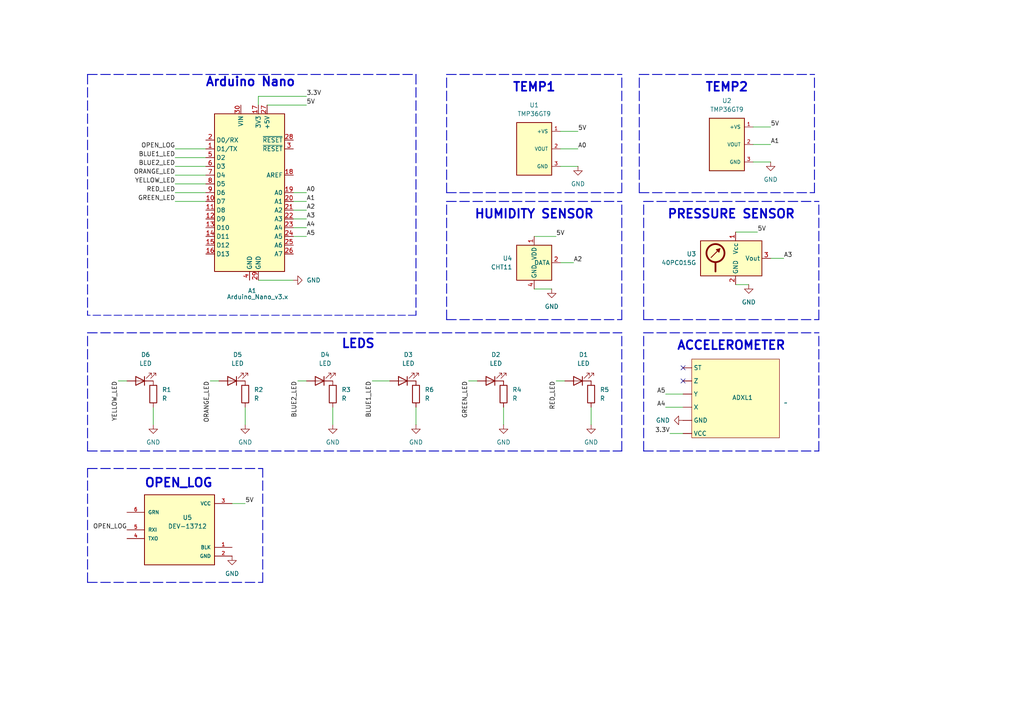
<source format=kicad_sch>
(kicad_sch (version 20250114) (generator "eeschema") (generator_version "9.0")
  (paper "A4")
  (title_block (title "Weather Baloon Circuit"))
  (lib_symbols
    (symbol "Device:LED" (pin_numbers (hide yes)) (pin_names (offset 1.016) (hide yes))
      (property "Reference" "D" (at 0 2.54 0))
      (property "Value" "LED" (at 0 -2.54 0))
      (symbol "LED_0_1"
        (polyline (pts (xy -3.048 -0.762) (xy -4.572 -2.286) (xy -3.81 -2.286) (xy -4.572 -2.286) (xy -4.572 -1.524)))
        (polyline (pts (xy -1.778 -0.762) (xy -3.302 -2.286) (xy -2.54 -2.286) (xy -3.302 -2.286) (xy -3.302 -1.524)))
        (polyline (pts (xy -1.27 0) (xy 1.27 0)))
        (polyline (pts (xy -1.27 -1.27) (xy -1.27 1.27)) (stroke (width 0.254)))
        (polyline (pts (xy 1.27 -1.27) (xy 1.27 1.27) (xy -1.27 0) (xy 1.27 -1.27)) (stroke (width 0.254)))
      )
      (symbol "LED_1_1"
        (pin passive line (at -3.81 0 0) (length 2.54) (name "K") (number "1"))
        (pin passive line (at 3.81 0 180) (length 2.54) (name "A") (number "2"))
      )
    )
    (symbol "Device:R" (pin_numbers (hide yes)) (pin_names (offset 0))
      (property "Reference" "R" (at 2.032 0 90))
      (property "Value" "R" (at 0 0 90))
      (symbol "R_0_1"
        (rectangle (start -1.016 -2.54) (end 1.016 2.54) (stroke (width 0.254)))
      )
      (symbol "R_1_1"
        (pin passive line (at 0 3.81 270) (length 1.27) (name "~") (number "1"))
        (pin passive line (at 0 -3.81 90) (length 1.27) (name "~") (number "2"))
      )
    )
    (symbol "MCU_Module:Arduino_Nano_v3.x"
      (property "Reference" "A" (at -10.16 23.495 0))
      (property "Value" "Arduino_Nano_v3.x" (at 5.08 -24.13 0))
      (symbol "Arduino_Nano_v3.x_0_1"
        (rectangle (start -10.16 22.86) (end 10.16 -22.86) (stroke (width 0.254)) (fill (type background)))
      )
      (symbol "Arduino_Nano_v3.x_1_1"
        (pin bidirectional line (at -12.7 15.24 0) (length 2.54) (name "D0/RX") (number "2"))
        (pin bidirectional line (at -12.7 12.7 0) (length 2.54) (name "D1/TX") (number "1"))
        (pin bidirectional line (at -12.7 10.16 0) (length 2.54) (name "D2") (number "5"))
        (pin bidirectional line (at -12.7 7.62 0) (length 2.54) (name "D3") (number "6"))
        (pin bidirectional line (at -12.7 5.08 0) (length 2.54) (name "D4") (number "7"))
        (pin bidirectional line (at -12.7 2.54 0) (length 2.54) (name "D5") (number "8"))
        (pin bidirectional line (at -12.7 0 0) (length 2.54) (name "D6") (number "9"))
        (pin bidirectional line (at -12.7 -2.54 0) (length 2.54) (name "D7") (number "10"))
        (pin bidirectional line (at -12.7 -5.08 0) (length 2.54) (name "D8") (number "11"))
        (pin bidirectional line (at -12.7 -7.62 0) (length 2.54) (name "D9") (number "12"))
        (pin bidirectional line (at -12.7 -10.16 0) (length 2.54) (name "D10") (number "13"))
        (pin bidirectional line (at -12.7 -12.7 0) (length 2.54) (name "D11") (number "14"))
        (pin bidirectional line (at -12.7 -15.24 0) (length 2.54) (name "D12") (number "15"))
        (pin bidirectional line (at -12.7 -17.78 0) (length 2.54) (name "D13") (number "16"))
        (pin power_in line (at -2.54 25.4 270) (length 2.54) (name "VIN") (number "30"))
        (pin power_in line (at 0 -25.4 90) (length 2.54) (name "GND") (number "4"))
        (pin power_out line (at 2.54 25.4 270) (length 2.54) (name "3V3") (number "17"))
        (pin power_in line (at 2.54 -25.4 90) (length 2.54) (name "GND") (number "29"))
        (pin power_out line (at 5.08 25.4 270) (length 2.54) (name "+5V") (number "27"))
        (pin input line (at 12.7 15.24 180) (length 2.54) (name "~{RESET}") (number "28"))
        (pin input line (at 12.7 12.7 180) (length 2.54) (name "~{RESET}") (number "3"))
        (pin input line (at 12.7 5.08 180) (length 2.54) (name "AREF") (number "18"))
        (pin bidirectional line (at 12.7 0 180) (length 2.54) (name "A0") (number "19"))
        (pin bidirectional line (at 12.7 -2.54 180) (length 2.54) (name "A1") (number "20"))
        (pin bidirectional line (at 12.7 -5.08 180) (length 2.54) (name "A2") (number "21"))
        (pin bidirectional line (at 12.7 -7.62 180) (length 2.54) (name "A3") (number "22"))
        (pin bidirectional line (at 12.7 -10.16 180) (length 2.54) (name "A4") (number "23"))
        (pin bidirectional line (at 12.7 -12.7 180) (length 2.54) (name "A5") (number "24"))
        (pin bidirectional line (at 12.7 -15.24 180) (length 2.54) (name "A6") (number "25"))
        (pin bidirectional line (at 12.7 -17.78 180) (length 2.54) (name "A7") (number "26"))
      )
    )
    (symbol "New_Library:ADXL335"
      (property "Reference" "ADXL335" (at 0 0 0))
      (symbol "ADXL335_1_1"
        (rectangle (start -12.7 11.43) (end 12.7 -11.43) (fill (type color) (color 255 255 194 1)))
        (pin unspecified line (at -15.24 8.89 0) (length 2.54) (name "ST") (number ""))
        (pin output line (at -15.24 5.08 0) (length 2.54) (name "Z") (number ""))
        (pin output line (at -15.24 1.27 0) (length 2.54) (name "Y") (number ""))
        (pin output line (at -15.24 -2.54 0) (length 2.54) (name "X") (number ""))
        (pin passive line (at -15.24 -6.35 0) (length 2.54) (name "GND") (number ""))
        (pin power_in line (at -15.24 -10.16 0) (length 2.54) (name "VCC") (number ""))
      )
    )
    (symbol "New_Library:DEV-13712" (pin_names (offset 1.016))
      (property "Reference" "U" (at -10.16 10.922 0))
      (property "Value" "DEV-13712" (at -10.16 -12.7 0))
      (symbol "DEV-13712_0_0"
        (rectangle (start -10.16 -10.16) (end 10.16 10.16) (stroke (width 0.254)) (fill (type background)))
        (pin input line (at -15.24 5.08 0) (length 5.08) (name "GRN") (number "6"))
        (pin input line (at -15.24 0 0) (length 5.08) (name "RXI") (number "5"))
        (pin output line (at -15.24 -2.54 0) (length 5.08) (name "TXO") (number "4"))
        (pin power_in line (at 15.24 7.62 180) (length 5.08) (name "VCC") (number "3"))
        (pin power_in line (at 15.24 -5.08 180) (length 5.08) (name "BLK") (number "1"))
        (pin power_in line (at 15.24 -7.62 180) (length 5.08) (name "GND") (number "2"))
      )
    )
    (symbol "Sensor:CHT11"
      (property "Reference" "U" (at -3.81 6.35 0))
      (property "Value" "CHT11" (at 3.81 6.35 0))
      (symbol "CHT11_0_1"
        (rectangle (start -5.08 5.08) (end 5.08 -5.08) (stroke (width 0.254)) (fill (type background)))
      )
      (symbol "CHT11_1_1"
        (pin no_connect line (at -5.08 0 0) (length 2.54) (hide yes) (name "NC") (number "3"))
        (pin power_in line (at 0 7.62 270) (length 2.54) (name "VDD") (number "1"))
        (pin power_in line (at 0 -7.62 90) (length 2.54) (name "GND") (number "4"))
        (pin bidirectional line (at 7.62 0 180) (length 2.54) (name "DATA") (number "2"))
      )
    )
    (symbol "Sensor_Pressure:40PC015G"
      (property "Reference" "U" (at -10.16 6.35 0))
      (property "Value" "40PC015G" (at 6.35 6.35 0))
      (symbol "40PC015G_0_1"
        (polyline (pts (xy -7.112 0.254) (xy -4.572 2.794)) (stroke (width 0.254)))
        (circle (center -5.842 1.524) (radius 2.6162) (stroke (width 0.508)))
        (polyline (pts (xy -5.842 -1.27) (xy -5.842 -3.81)) (stroke (width 0.508)))
        (polyline (pts (xy -4.572 2.794) (xy -4.826 1.778) (xy -5.588 2.54) (xy -4.572 2.794)) (stroke (width 0.254)) (fill (type outline)))
        (rectangle (start 7.62 5.08) (end -10.16 -5.08) (stroke (width 0.254)) (fill (type background)))
      )
      (symbol "40PC015G_1_1"
        (pin no_connect line (at -7.62 -5.08 90) (length 2.54) (hide yes) (name "NC") (number "4"))
        (pin no_connect line (at -5.08 -5.08 90) (length 2.54) (hide yes) (name "NC") (number "5"))
        (pin no_connect line (at -2.54 -5.08 90) (length 2.54) (hide yes) (name "NC") (number "6"))
        (pin power_in line (at 0 7.62 270) (length 2.54) (name "Vcc") (number "1"))
        (pin power_in line (at 0 -7.62 90) (length 2.54) (name "GND") (number "2"))
        (pin output line (at 10.16 0 180) (length 2.54) (name "Vout") (number "3"))
      )
    )
    (symbol "TMP36GT9:TMP36GT9" (pin_names (offset 1.016))
      (property "Reference" "U" (at -5.0829 7.6244 0))
      (property "Value" "TMP36GT9" (at -5.08 -10.16 0))
      (symbol "TMP36GT9_0_0"
        (rectangle (start -5.08 -7.62) (end 5.08 7.62) (stroke (width 0.254)) (fill (type background)))
        (pin power_in line (at 7.62 5.08 180) (length 2.54) (name "+VS") (number "1"))
        (pin output line (at 7.62 0 180) (length 2.54) (name "VOUT") (number "2"))
        (pin power_in line (at 7.62 -5.08 180) (length 2.54) (name "GND") (number "3"))
      )
    )
    (symbol "power:GND" (power) (pin_numbers (hide yes)) (pin_names (offset 0) (hide yes))
      (property "Value" "GND" (at 0 -3.81 0))
      (symbol "GND_0_1"
        (polyline (pts (xy 0 0) (xy 0 -1.27) (xy 1.27 -1.27) (xy 0 -2.54) (xy -1.27 -1.27) (xy 0 -1.27)))
      )
      (symbol "GND_1_1"
        (pin power_in line (at 0 0 270) (length 0) (name "~") (number "1"))
      )
    )
  )
  (text "Arduino Nano" (at 72.644 23.876 0) (effects (font (size 2.54 2.54) (thickness 0.508) (bold yes))))
  (text "LEDS\n" (at 103.886 99.822 0) (effects (font (size 2.54 2.54) (thickness 0.508) (bold yes))))
  (text "ACCELEROMETER\n" (at 212.09 100.33 0) (effects (font (size 2.54 2.54) (thickness 0.508) (bold yes))))
  (text "OPEN_LOG" (at 51.816 140.208 0) (effects (font (size 2.54 2.54) (thickness 0.508) (bold yes))))
  (text "HUMIDITY SENSOR" (at 154.94 62.23 0) (effects (font (size 2.54 2.54) (thickness 0.508) (bold yes))))
  (text "PRESSURE SENSOR\n" (at 212.09 62.23 0) (effects (font (size 2.54 2.54) (thickness 0.508) (bold yes))))
  (text "TEMP1\n" (at 154.94 25.4 0) (effects (font (size 2.54 2.54) (thickness 0.508) (bold yes))))
  (text "TEMP2" (at 210.82 25.4 0) (effects (font (size 2.54 2.54) (thickness 0.508) (bold yes))))
  (no_connect (at 198.12 106.68))
  (no_connect (at 198.12 110.49))
  (polyline (pts (xy 185.42 55.88) (xy 185.42 21.59)) (stroke (width 0.254) (type dash)))
  (polyline (pts (xy 129.54 21.59) (xy 180.34 21.59)) (stroke (width 0.254) (type dash)))
  (polyline (pts (xy 180.34 92.71) (xy 180.34 58.42)) (stroke (width 0.254) (type dash)))
  (wire (pts (xy 171.45 123.19) (xy 171.45 118.11)))
  (wire (pts (xy 193.04 114.3) (xy 198.12 114.3)))
  (wire (pts (xy 71.12 123.19) (xy 71.12 118.11)))
  (polyline (pts (xy 129.54 58.42) (xy 180.34 58.42)) (stroke (width 0.254) (type dash)))
  (wire (pts (xy 162.56 48.26) (xy 167.64 48.26)))
  (wire (pts (xy 88.9 63.5) (xy 85.09 63.5)))
  (wire (pts (xy 223.52 36.83) (xy 218.44 36.83)))
  (wire (pts (xy 88.9 58.42) (xy 85.09 58.42)))
  (polyline (pts (xy 186.69 92.71) (xy 186.69 58.42)) (stroke (width 0.254) (type dash)))
  (wire (pts (xy 96.52 123.19) (xy 96.52 118.11)))
  (wire (pts (xy 74.93 30.48) (xy 74.93 27.94)))
  (wire (pts (xy 88.9 66.04) (xy 85.09 66.04)))
  (wire (pts (xy 86.36 110.49) (xy 88.9 110.49)))
  (polyline (pts (xy 129.54 55.88) (xy 180.34 55.88)) (stroke (width 0.254) (type dash)))
  (wire (pts (xy 154.94 83.82) (xy 160.02 83.82)))
  (wire (pts (xy 227.33 74.93) (xy 223.52 74.93)))
  (polyline (pts (xy 186.69 92.71) (xy 237.49 92.71)) (stroke (width 0.254) (type dash)))
  (wire (pts (xy 120.65 123.19) (xy 120.65 118.11)))
  (polyline (pts (xy 120.65 91.44) (xy 25.4 91.44)) (stroke (width 0.2032) (type dash)))
  (wire (pts (xy 166.37 76.2) (xy 162.56 76.2)))
  (wire (pts (xy 74.93 27.94) (xy 88.9 27.94)))
  (wire (pts (xy 50.8 48.26) (xy 59.69 48.26)))
  (polyline (pts (xy 129.54 92.71) (xy 180.34 92.71)) (stroke (width 0.254) (type dash)))
  (polyline (pts (xy 237.49 92.71) (xy 237.49 58.42)) (stroke (width 0.254) (type dash)))
  (wire (pts (xy 71.12 146.05) (xy 67.31 146.05)))
  (wire (pts (xy 50.8 45.72) (xy 59.69 45.72)))
  (wire (pts (xy 88.9 55.88) (xy 85.09 55.88)))
  (wire (pts (xy 135.89 110.49) (xy 138.43 110.49)))
  (polyline (pts (xy 185.42 55.88) (xy 236.22 55.88)) (stroke (width 0.254) (type dash)))
  (polyline (pts (xy 129.54 92.71) (xy 129.54 58.42)) (stroke (width 0.254) (type dash)))
  (wire (pts (xy 194.31 125.73) (xy 198.12 125.73)))
  (wire (pts (xy 50.8 55.88) (xy 59.69 55.88)))
  (polyline (pts (xy 25.4 130.81) (xy 25.4 96.52)) (stroke (width 0.254) (type dash)))
  (wire (pts (xy 107.95 110.49) (xy 113.03 110.49)))
  (polyline (pts (xy 180.34 55.88) (xy 180.34 21.59)) (stroke (width 0.254) (type dash)))
  (polyline (pts (xy 236.22 55.88) (xy 236.22 21.59)) (stroke (width 0.254) (type dash)))
  (wire (pts (xy 213.36 82.55) (xy 217.17 82.55)))
  (polyline (pts (xy 25.4 21.59) (xy 25.4 91.44)) (stroke (width 0.254) (type dash)))
  (wire (pts (xy 193.04 118.11) (xy 198.12 118.11)))
  (wire (pts (xy 223.52 41.91) (xy 218.44 41.91)))
  (wire (pts (xy 50.8 50.8) (xy 59.69 50.8)))
  (polyline (pts (xy 237.49 130.81) (xy 237.49 96.52)) (stroke (width 0.254) (type dash)))
  (polyline (pts (xy 76.2 168.91) (xy 76.2 135.89)) (stroke (width 0.254) (type dash)))
  (wire (pts (xy 34.29 110.49) (xy 36.83 110.49)))
  (polyline (pts (xy 25.4 96.52) (xy 180.34 96.52)) (stroke (width 0.254) (type dash)))
  (polyline (pts (xy 120.65 21.59) (xy 120.65 91.44)) (stroke (width 0.254) (type dash)))
  (wire (pts (xy 146.05 123.19) (xy 146.05 118.11)))
  (wire (pts (xy 88.9 68.58) (xy 85.09 68.58)))
  (wire (pts (xy 161.29 110.49) (xy 163.83 110.49)))
  (wire (pts (xy 50.8 58.42) (xy 59.69 58.42)))
  (wire (pts (xy 74.93 81.28) (xy 85.09 81.28)))
  (wire (pts (xy 50.8 43.18) (xy 59.69 43.18)))
  (polyline (pts (xy 25.4 130.81) (xy 180.34 130.81)) (stroke (width 0.254) (type dash)))
  (polyline (pts (xy 25.4 168.91) (xy 25.4 135.89)) (stroke (width 0.254) (type dash)))
  (polyline (pts (xy 185.42 21.59) (xy 236.22 21.59)) (stroke (width 0.254) (type dash)))
  (polyline (pts (xy 25.4 168.91) (xy 76.2 168.91)) (stroke (width 0.254) (type dash)))
  (polyline (pts (xy 186.69 96.52) (xy 237.49 96.52)) (stroke (width 0.254) (type dash)))
  (polyline (pts (xy 186.69 130.81) (xy 186.69 96.52)) (stroke (width 0.254) (type dash)))
  (polyline (pts (xy 186.69 130.81) (xy 237.49 130.81)) (stroke (width 0.254) (type dash)))
  (wire (pts (xy 60.96 110.49) (xy 63.5 110.49)))
  (wire (pts (xy 162.56 38.1) (xy 167.64 38.1)))
  (polyline (pts (xy 129.54 55.88) (xy 129.54 21.59)) (stroke (width 0.254) (type dash)))
  (polyline (pts (xy 25.4 135.89) (xy 76.2 135.89)) (stroke (width 0.254) (type dash)))
  (polyline (pts (xy 180.34 130.81) (xy 180.34 96.52)) (stroke (width 0.254) (type dash)))
  (wire (pts (xy 161.29 68.58) (xy 154.94 68.58)))
  (wire (pts (xy 88.9 60.96) (xy 85.09 60.96)))
  (wire (pts (xy 50.8 53.34) (xy 59.69 53.34)))
  (wire (pts (xy 219.71 67.31) (xy 213.36 67.31)))
  (polyline (pts (xy 186.69 58.42) (xy 237.49 58.42)) (stroke (width 0.254) (type dash)))
  (wire (pts (xy 223.52 46.99) (xy 218.44 46.99)))
  (polyline (pts (xy 25.4 21.59) (xy 120.65 21.59)) (stroke (width 0.254) (type dash)))
  (wire (pts (xy 88.9 30.48) (xy 77.47 30.48)))
  (wire (pts (xy 167.64 43.18) (xy 162.56 43.18)))
  (wire (pts (xy 44.45 123.19) (xy 44.45 118.11)))
  (label "YELLOW_LED" (at 50.8 53.34 180))
  (label "3.3V" (at 88.9 27.94 0))
  (label "5V" (at 71.12 146.05 0))
  (label "GREEN_LED" (at 135.89 110.49 270))
  (label "RED_LED" (at 161.29 110.49 270))
  (label "A0" (at 167.64 43.18 0))
  (label "A3" (at 88.9 63.5 0))
  (label "OPEN_LOG" (at 50.8 43.18 180))
  (label "3.3V" (at 194.31 125.73 180))
  (label "ORANGE_LED" (at 50.8 50.8 180))
  (label "BLUE1_LED" (at 50.8 45.72 180))
  (label "BLUE1_LED" (at 107.95 110.49 270))
  (label "YELLOW_LED" (at 34.29 110.49 270))
  (label "GREEN_LED" (at 50.8 58.42 180))
  (label "5V" (at 219.71 67.31 0))
  (label "A0" (at 88.9 55.88 0))
  (label "A5" (at 88.9 68.58 0))
  (label "A2" (at 166.37 76.2 0))
  (label "A3" (at 227.33 74.93 0))
  (label "A5" (at 193.04 114.3 180))
  (label "A4" (at 193.04 118.11 180))
  (label "OPEN_LOG" (at 36.83 153.67 180))
  (label "5V" (at 167.64 38.1 0))
  (label "A1" (at 88.9 58.42 0))
  (label "ORANGE_LED" (at 60.96 110.49 270))
  (label "5V" (at 161.29 68.58 0))
  (label "A2" (at 88.9 60.96 0))
  (label "A4" (at 88.9 66.04 0))
  (label "A1" (at 223.52 41.91 0))
  (label "BLUE2_LED" (at 50.8 48.26 180))
  (label "BLUE2_LED" (at 86.36 110.49 270))
  (label "5V" (at 223.52 36.83 0))
  (label "RED_LED" (at 50.8 55.88 180))
  (label "5V" (at 88.9 30.48 0))
  (symbol (lib_id "power:GND") (at 171.45 123.19 0) (unit 1)
    (property "Reference" "#PWR06" (effects (hide yes)))
    (property "Value" "GND" (at 171.45 128.27 0))
    (property "Description" "Power symbol creates a global label with name \"GND\" , ground" (effects (hide yes)))
  )
  (symbol (lib_id "Device:R") (at 171.45 114.3 0) (unit 1)
    (property "Reference" "R5" (at 173.99 113.0299 0) (effects (justify left)))
    (property "Value" "R" (at 173.99 115.5699 0) (effects (justify left)))
    (property "Description" "Resistor" (effects (hide yes)))
  )
  (symbol (lib_id "Device:R") (at 120.65 114.3 0) (unit 1)
    (property "Reference" "R6" (at 123.19 113.0299 0) (effects (justify left)))
    (property "Value" "R" (at 123.19 115.5699 0) (effects (justify left)))
    (property "Description" "Resistor" (effects (hide yes)))
  )
  (symbol (lib_id "TMP36GT9:TMP36GT9") (at 210.82 41.91 0) (unit 1)
    (property "Reference" "U2" (at 210.82 29.21 0))
    (property "Value" "TMP36GT9" (at 210.82 31.75 0))
    (property "Footprint" "MyLibrary:XDCR_TMP36GT9" (effects (hide yes)))
    (property "MF" "Analog Devices" (effects (hide yes)))
    (property "Description_1" "Voltage Output Temperature Sensors" (effects (hide yes)))
    (property "Package" "TO-3 Analog Devices" (effects (hide yes)))
    (property "Price" "None" (effects (hide yes)))
    (property "Check_prices" "https://www.snapeda.com/parts/TMP36GT9/Analog+Devices/view-part/?ref=eda" (effects (hide yes)))
    (property "PARTREV" "H" (effects (hide yes)))
    (property "SnapEDA_Link" "https://www.snapeda.com/parts/TMP36GT9/Analog+Devices/view-part/?ref=snap" (effects (hide yes)))
    (property "MP" "TMP36GT9" (effects (hide yes)))
    (property "Availability" "In Stock" (effects (hide yes)))
    (property "MANUFACTURER" "ANALOG DEVICE" (effects (hide yes)))
  )
  (symbol (lib_id "Device:R") (at 96.52 114.3 0) (unit 1)
    (property "Reference" "R3" (at 99.06 113.0299 0) (effects (justify left)))
    (property "Value" "R" (at 99.06 115.5699 0) (effects (justify left)))
    (property "Description" "Resistor" (effects (hide yes)))
  )
  (symbol (lib_id "Device:LED") (at 67.31 110.49 180) (unit 1)
    (property "Reference" "D5" (at 68.8975 102.87 0))
    (property "Value" "LED" (at 68.8975 105.41 0))
    (property "Footprint" "LED_THT:LED_D5.0mm" (effects (hide yes)))
    (property "Description" "Light emitting diode" (effects (hide yes)))
    (property "Sim.Pins" "1=K 2=A" (effects (hide yes)))
  )
  (symbol (lib_id "Device:R") (at 44.45 114.3 0) (unit 1)
    (property "Reference" "R1" (at 46.99 113.0299 0) (effects (justify left)))
    (property "Value" "R" (at 46.99 115.5699 0) (effects (justify left)))
    (property "Description" "Resistor" (effects (hide yes)))
  )
  (symbol (lib_id "Sensor:CHT11") (at 154.94 76.2 0) (unit 1)
    (property "Reference" "U4" (at 148.59 74.9299 0) (effects (justify right)))
    (property "Value" "CHT11" (at 148.59 77.4699 0) (effects (justify right)))
    (property "Footprint" "Connector_PinSocket_2.54mm:PinSocket_1x03_P2.54mm_Vertical" (effects (hide yes)))
    (property "Datasheet" "http://aosong.com/en/products-21.html" (effects (hide yes)))
    (property "Description" "Temperature and humidity module" (effects (hide yes)))
  )
  (symbol (lib_id "power:GND") (at 167.64 48.26 0) (unit 1)
    (property "Reference" "#PWR010" (effects (hide yes)))
    (property "Value" "GND" (at 167.64 53.34 0))
    (property "Description" "Power symbol creates a global label with name \"GND\" , ground" (effects (hide yes)))
  )
  (symbol (lib_id "power:GND") (at 67.31 161.29 0) (unit 1)
    (property "Reference" "#PWR013" (effects (hide yes)))
    (property "Value" "GND" (at 67.31 166.37 0))
    (property "Description" "Power symbol creates a global label with name \"GND\" , ground" (effects (hide yes)))
  )
  (symbol (lib_id "MCU_Module:Arduino_Nano_v3.x") (at 72.39 55.88 0) (unit 1)
    (property "Reference" "A1" (at 71.882 84.328 0) (effects (justify left)))
    (property "Value" "Arduino_Nano_v3.x" (at 65.786 86.106 0) (effects (justify left)))
    (property "Footprint" "Module:Arduino_Nano" (effects (hide yes)))
    (property "Datasheet" "http://www.mouser.com/pdfdocs/Gravitech_Arduino_Nano3_0.pdf" (effects (hide yes)))
    (property "Description" "Arduino Nano v3.x" (effects (hide yes)))
  )
  (symbol (lib_id "Device:R") (at 71.12 114.3 0) (unit 1)
    (property "Reference" "R2" (at 73.66 113.0299 0) (effects (justify left)))
    (property "Value" "R" (at 73.66 115.5699 0) (effects (justify left)))
    (property "Description" "Resistor" (effects (hide yes)))
  )
  (symbol (lib_id "Sensor_Pressure:40PC015G") (at 213.36 74.93 0) (unit 1)
    (property "Reference" "U3" (at 201.93 73.6599 0) (effects (justify right)))
    (property "Value" "40PC015G" (at 201.93 76.1999 0) (effects (justify right)))
    (property "Footprint" "MyLibrary:DIP1330W46P254L1000H544Q8" (effects (hide yes)))
    (property "Datasheet" "http://www.honeywellscportal.com//index.php?ci_id=138832" (effects (hide yes)))
    (property "Description" "Gauge pressure sensor, 0 to 15PSI, 5V supply, 0.2% accuracy, integrated signal conditioning, excellent media compatibility" (effects (hide yes)))
  )
  (symbol (lib_id "TMP36GT9:TMP36GT9") (at 154.94 43.18 0) (unit 1)
    (property "Reference" "U1" (at 154.94 30.48 0))
    (property "Value" "TMP36GT9" (at 154.94 33.02 0))
    (property "Footprint" "MyLibrary:XDCR_TMP36GT9" (effects (hide yes)))
    (property "MF" "Analog Devices" (effects (hide yes)))
    (property "Description_1" "Voltage Output Temperature Sensors" (effects (hide yes)))
    (property "Package" "TO-3 Analog Devices" (effects (hide yes)))
    (property "Price" "None" (effects (hide yes)))
    (property "Check_prices" "https://www.snapeda.com/parts/TMP36GT9/Analog+Devices/view-part/?ref=eda" (effects (hide yes)))
    (property "PARTREV" "H" (effects (hide yes)))
    (property "SnapEDA_Link" "https://www.snapeda.com/parts/TMP36GT9/Analog+Devices/view-part/?ref=snap" (effects (hide yes)))
    (property "MP" "TMP36GT9" (effects (hide yes)))
    (property "Availability" "In Stock" (effects (hide yes)))
    (property "MANUFACTURER" "ANALOG DEVICE" (effects (hide yes)))
  )
  (symbol (lib_id "power:GND") (at 198.12 121.92 270) (unit 1)
    (property "Reference" "#PWR09" (effects (hide yes)))
    (property "Value" "GND" (at 194.31 121.9199 90) (effects (justify right)))
    (property "Description" "Power symbol creates a global label with name \"GND\" , ground" (effects (hide yes)))
  )
  (symbol (lib_id "New_Library:ADXL335") (at 213.36 115.57 0) (unit 1)
    (property "Reference" "ADXL1" (at 212.344 115.316 0) (effects (justify left)))
    (property "Value" "~" (at 227.33 116.84 0) (effects (justify left)))
  )
  (symbol (lib_id "Device:LED") (at 142.24 110.49 180) (unit 1)
    (property "Reference" "D2" (at 143.8275 102.87 0))
    (property "Value" "LED" (at 143.8275 105.41 0))
    (property "Footprint" "LED_THT:LED_D5.0mm" (effects (hide yes)))
    (property "Description" "Light emitting diode" (effects (hide yes)))
    (property "Sim.Pins" "1=K 2=A" (effects (hide yes)))
  )
  (symbol (lib_id "Device:R") (at 146.05 114.3 0) (unit 1)
    (property "Reference" "R4" (at 148.59 113.0299 0) (effects (justify left)))
    (property "Value" "R" (at 148.59 115.5699 0) (effects (justify left)))
    (property "Description" "Resistor" (effects (hide yes)))
  )
  (symbol (lib_id "power:GND") (at 146.05 123.19 0) (unit 1)
    (property "Reference" "#PWR05" (effects (hide yes)))
    (property "Value" "GND" (at 146.05 128.27 0))
    (property "Description" "Power symbol creates a global label with name \"GND\" , ground" (effects (hide yes)))
  )
  (symbol (lib_id "power:GND") (at 120.65 123.19 0) (unit 1)
    (property "Reference" "#PWR04" (effects (hide yes)))
    (property "Value" "GND" (at 120.65 128.27 0))
    (property "Description" "Power symbol creates a global label with name \"GND\" , ground" (effects (hide yes)))
  )
  (symbol (lib_id "New_Library:DEV-13712") (at 52.07 153.67 0) (unit 1)
    (property "Reference" "U5" (at 54.356 150.114 0))
    (property "Value" "DEV-13712" (at 54.356 152.654 0))
    (property "Footprint" "MyLibrary:MODULE_DEV-13712" (effects (hide yes)))
    (property "MF" "Sparkfun Electronics" (effects (hide yes)))
    (property "Description_1" "OpenLog Data Logger [SparkFun Electronics] DEV-13712 OpenLog Data Logger 845156006540" (effects (hide yes)))
    (property "Package" "None" (effects (hide yes)))
    (property "Price" "None" (effects (hide yes)))
    (property "Check_prices" "https://www.snapeda.com/parts/DEV13712/SparkFun/view-part/?ref=eda" (effects (hide yes)))
    (property "STANDARD" "Manufacturer Recommendations" (effects (hide yes)))
    (property "PARTREV" "v15" (effects (hide yes)))
    (property "SnapEDA_Link" "https://www.snapeda.com/parts/DEV13712/SparkFun/view-part/?ref=snap" (effects (hide yes)))
    (property "MP" "DEV13712" (effects (hide yes)))
    (property "MANUFACTURER" "SparkFun" (effects (hide yes)))
    (property "Availability" "In Stock" (effects (hide yes)))
    (property "SNAPEDA_PN" "DEV-13712" (effects (hide yes)))
  )
  (symbol (lib_id "Device:LED") (at 116.84 110.49 180) (unit 1)
    (property "Reference" "D3" (at 118.4275 102.87 0))
    (property "Value" "LED" (at 118.4275 105.41 0))
    (property "Footprint" "LED_THT:LED_D5.0mm" (effects (hide yes)))
    (property "Description" "Light emitting diode" (effects (hide yes)))
    (property "Sim.Pins" "1=K 2=A" (effects (hide yes)))
  )
  (symbol (lib_id "Device:LED") (at 167.64 110.49 180) (unit 1)
    (property "Reference" "D1" (at 169.2275 102.87 0))
    (property "Value" "LED" (at 169.2275 105.41 0))
    (property "Footprint" "LED_THT:LED_D5.0mm" (effects (hide yes)))
    (property "Description" "Light emitting diode" (effects (hide yes)))
    (property "Sim.Pins" "1=K 2=A" (effects (hide yes)))
  )
  (symbol (lib_id "Device:LED") (at 92.71 110.49 180) (unit 1)
    (property "Reference" "D4" (at 94.2975 102.87 0))
    (property "Value" "LED" (at 94.2975 105.41 0))
    (property "Footprint" "LED_THT:LED_D5.0mm" (effects (hide yes)))
    (property "Description" "Light emitting diode" (effects (hide yes)))
    (property "Sim.Pins" "1=K 2=A" (effects (hide yes)))
  )
  (symbol (lib_id "power:GND") (at 223.52 46.99 0) (unit 1)
    (property "Reference" "#PWR011" (effects (hide yes)))
    (property "Value" "GND" (at 223.52 52.07 0))
    (property "Description" "Power symbol creates a global label with name \"GND\" , ground" (effects (hide yes)))
  )
  (symbol (lib_id "power:GND") (at 96.52 123.19 0) (unit 1)
    (property "Reference" "#PWR01" (effects (hide yes)))
    (property "Value" "GND" (at 96.52 128.27 0))
    (property "Description" "Power symbol creates a global label with name \"GND\" , ground" (effects (hide yes)))
  )
  (symbol (lib_id "power:GND") (at 160.02 83.82 0) (unit 1)
    (property "Reference" "#PWR08" (effects (hide yes)))
    (property "Value" "GND" (at 160.02 88.9 0))
    (property "Description" "Power symbol creates a global label with name \"GND\" , ground" (effects (hide yes)))
  )
  (symbol (lib_id "power:GND") (at 71.12 123.19 0) (unit 1)
    (property "Reference" "#PWR02" (effects (hide yes)))
    (property "Value" "GND" (at 71.12 128.27 0))
    (property "Description" "Power symbol creates a global label with name \"GND\" , ground" (effects (hide yes)))
  )
  (symbol (lib_id "power:GND") (at 85.09 81.28 90) (unit 1)
    (property "Reference" "#PWR012" (effects (hide yes)))
    (property "Value" "GND" (at 88.9 81.2799 90) (effects (justify right)))
    (property "Description" "Power symbol creates a global label with name \"GND\" , ground" (effects (hide yes)))
  )
  (symbol (lib_id "Device:LED") (at 40.64 110.49 180) (unit 1)
    (property "Reference" "D6" (at 42.2275 102.87 0))
    (property "Value" "LED" (at 42.2275 105.41 0))
    (property "Footprint" "LED_THT:LED_D5.0mm" (effects (hide yes)))
    (property "Description" "Light emitting diode" (effects (hide yes)))
    (property "Sim.Pins" "1=K 2=A" (effects (hide yes)))
  )
  (symbol (lib_id "power:GND") (at 217.17 82.55 0) (unit 1)
    (property "Reference" "#PWR07" (effects (hide yes)))
    (property "Value" "GND" (at 217.17 87.63 0))
    (property "Description" "Power symbol creates a global label with name \"GND\" , ground" (effects (hide yes)))
  )
  (symbol (lib_id "power:GND") (at 44.45 123.19 0) (unit 1)
    (property "Reference" "#PWR03" (effects (hide yes)))
    (property "Value" "GND" (at 44.45 128.27 0))
    (property "Description" "Power symbol creates a global label with name \"GND\" , ground" (effects (hide yes)))
  )
)
</source>
